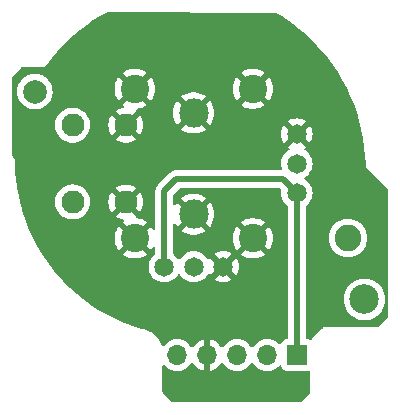
<source format=gbr>
%TF.GenerationSoftware,KiCad,Pcbnew,7.0.5*%
%TF.CreationDate,2023-08-28T18:37:28-04:00*%
%TF.ProjectId,StickRight,53746963-6b52-4696-9768-742e6b696361,rev?*%
%TF.SameCoordinates,Original*%
%TF.FileFunction,Copper,L2,Bot*%
%TF.FilePolarity,Positive*%
%FSLAX46Y46*%
G04 Gerber Fmt 4.6, Leading zero omitted, Abs format (unit mm)*
G04 Created by KiCad (PCBNEW 7.0.5) date 2023-08-28 18:37:28*
%MOMM*%
%LPD*%
G01*
G04 APERTURE LIST*
%TA.AperFunction,ComponentPad*%
%ADD10R,1.700000X1.700000*%
%TD*%
%TA.AperFunction,ComponentPad*%
%ADD11O,1.700000X1.700000*%
%TD*%
%TA.AperFunction,ComponentPad*%
%ADD12C,1.950000*%
%TD*%
%TA.AperFunction,ComponentPad*%
%ADD13C,1.650000*%
%TD*%
%TA.AperFunction,ComponentPad*%
%ADD14C,2.500000*%
%TD*%
%TA.AperFunction,ComponentPad*%
%ADD15C,2.000000*%
%TD*%
%TA.AperFunction,ComponentPad*%
%ADD16C,2.250000*%
%TD*%
%TA.AperFunction,ComponentPad*%
%ADD17C,2.400000*%
%TD*%
%TA.AperFunction,ComponentPad*%
%ADD18C,2.475000*%
%TD*%
%TA.AperFunction,ViaPad*%
%ADD19C,0.600000*%
%TD*%
%TA.AperFunction,Conductor*%
%ADD20C,0.500000*%
%TD*%
G04 APERTURE END LIST*
D10*
%TO.P,J1,1,Pin_1*%
%TO.N,Net-(J1-Pin_1)*%
X147275000Y-96625000D03*
D11*
%TO.P,J1,2,Pin_2*%
%TO.N,Net-(J1-Pin_2)*%
X144735000Y-96625000D03*
%TO.P,J1,3,Pin_3*%
%TO.N,Net-(J1-Pin_3)*%
X142195000Y-96625000D03*
%TO.P,J1,4,Pin_4*%
%TO.N,GND*%
X139655000Y-96625000D03*
%TO.P,J1,5,Pin_5*%
%TO.N,Net-(J1-Pin_5)*%
X137115000Y-96625000D03*
%TD*%
D12*
%TO.P,U1,A1,A1*%
%TO.N,GND*%
X132765000Y-83680000D03*
X132765000Y-77180000D03*
D13*
%TO.P,U1,A11,A11*%
%TO.N,Net-(J1-Pin_1)*%
X136015000Y-89160000D03*
%TO.P,U1,A12,A12*%
%TO.N,Net-(J1-Pin_3)*%
X138515000Y-89160000D03*
%TO.P,U1,A13,A13*%
%TO.N,GND*%
X141015000Y-89160000D03*
D12*
%TO.P,U1,B1,B1*%
%TO.N,Net-(J1-Pin_5)*%
X128265000Y-83680000D03*
X128265000Y-77180000D03*
D14*
%TO.P,U1,B2*%
%TO.N,N/C*%
X152967500Y-91933000D03*
D15*
X125067500Y-74333000D03*
D16*
%TO.P,U1,B3*%
X151567500Y-86733000D03*
D13*
%TO.P,U1,B11,B11*%
%TO.N,Net-(J1-Pin_1)*%
X147245000Y-82930000D03*
%TO.P,U1,B12,B12*%
%TO.N,Net-(J1-Pin_2)*%
X147245000Y-80430000D03*
%TO.P,U1,B13,B13*%
%TO.N,GND*%
X147245000Y-77930000D03*
D17*
%TO.P,U1,MH1,MH1*%
X143515000Y-86755000D03*
X143515000Y-74105000D03*
X133515000Y-86755000D03*
X133515000Y-74105000D03*
D18*
%TO.P,U1,MH2,MH2*%
X138515000Y-84730000D03*
X138515000Y-76130000D03*
%TD*%
D19*
%TO.N,GND*%
X127500000Y-72500000D03*
X150000000Y-92500000D03*
X125000000Y-82500000D03*
X147500000Y-70000000D03*
X150000000Y-75000000D03*
X142500000Y-70000000D03*
X152500000Y-80000000D03*
X137500000Y-100000000D03*
X132500000Y-92500000D03*
X125000000Y-77500000D03*
X132500000Y-70000000D03*
X127500000Y-87500000D03*
X147500000Y-100000000D03*
X137500000Y-70000000D03*
%TD*%
D20*
%TO.N,Net-(J1-Pin_1)*%
X137040000Y-81750000D02*
X146065000Y-81750000D01*
X147275000Y-96625000D02*
X147275000Y-82960000D01*
X146065000Y-81750000D02*
X147245000Y-82930000D01*
X136015000Y-82775000D02*
X137040000Y-81750000D01*
X136015000Y-89160000D02*
X136015000Y-82775000D01*
X147275000Y-82960000D02*
X147245000Y-82930000D01*
X147245000Y-96435000D02*
X147135000Y-96545000D01*
%TD*%
%TA.AperFunction,Conductor*%
%TO.N,GND*%
G36*
X139905000Y-97955633D02*
G01*
X140118483Y-97898433D01*
X140118492Y-97898429D01*
X140332578Y-97798600D01*
X140526082Y-97663105D01*
X140693105Y-97496082D01*
X140823119Y-97310405D01*
X140877696Y-97266781D01*
X140947195Y-97259588D01*
X141009549Y-97291110D01*
X141026269Y-97310405D01*
X141156505Y-97496401D01*
X141323599Y-97663495D01*
X141420384Y-97731265D01*
X141517165Y-97799032D01*
X141517167Y-97799033D01*
X141517170Y-97799035D01*
X141731337Y-97898903D01*
X141959592Y-97960063D01*
X142136034Y-97975500D01*
X142194999Y-97980659D01*
X142195000Y-97980659D01*
X142195001Y-97980659D01*
X142253966Y-97975500D01*
X142430408Y-97960063D01*
X142658663Y-97898903D01*
X142872830Y-97799035D01*
X143066401Y-97663495D01*
X143233495Y-97496401D01*
X143363424Y-97310842D01*
X143418002Y-97267217D01*
X143487500Y-97260023D01*
X143549855Y-97291546D01*
X143566575Y-97310842D01*
X143696281Y-97496082D01*
X143696505Y-97496401D01*
X143863599Y-97663495D01*
X143960384Y-97731265D01*
X144057165Y-97799032D01*
X144057167Y-97799033D01*
X144057170Y-97799035D01*
X144271337Y-97898903D01*
X144499592Y-97960063D01*
X144676034Y-97975500D01*
X144734999Y-97980659D01*
X144735000Y-97980659D01*
X144735001Y-97980659D01*
X144793966Y-97975500D01*
X144970408Y-97960063D01*
X145198663Y-97898903D01*
X145412830Y-97799035D01*
X145606401Y-97663495D01*
X145728329Y-97541566D01*
X145789648Y-97508084D01*
X145859340Y-97513068D01*
X145915274Y-97554939D01*
X145932189Y-97585917D01*
X145981202Y-97717328D01*
X145981206Y-97717335D01*
X146067452Y-97832544D01*
X146067455Y-97832547D01*
X146182664Y-97918793D01*
X146182671Y-97918797D01*
X146317517Y-97969091D01*
X146317516Y-97969091D01*
X146320251Y-97969385D01*
X146377127Y-97975500D01*
X148172872Y-97975499D01*
X148229746Y-97969385D01*
X148298506Y-97981792D01*
X148349642Y-98029403D01*
X148367000Y-98092675D01*
X148367000Y-99774323D01*
X148347315Y-99841362D01*
X148330681Y-99862004D01*
X147596505Y-100596181D01*
X147535182Y-100629666D01*
X147508824Y-100632500D01*
X136726176Y-100632500D01*
X136659137Y-100612815D01*
X136638495Y-100596181D01*
X135903349Y-99861035D01*
X135869864Y-99799712D01*
X135867031Y-99773819D01*
X135860724Y-98092675D01*
X135858793Y-97578091D01*
X135878226Y-97510980D01*
X135930858Y-97465028D01*
X135999978Y-97454825D01*
X136063643Y-97483611D01*
X136072586Y-97492663D01*
X136072677Y-97492573D01*
X136076505Y-97496400D01*
X136076505Y-97496401D01*
X136243599Y-97663495D01*
X136340384Y-97731265D01*
X136437165Y-97799032D01*
X136437167Y-97799033D01*
X136437170Y-97799035D01*
X136651337Y-97898903D01*
X136879592Y-97960063D01*
X137056034Y-97975500D01*
X137114999Y-97980659D01*
X137115000Y-97980659D01*
X137115001Y-97980659D01*
X137173966Y-97975500D01*
X137350408Y-97960063D01*
X137578663Y-97898903D01*
X137792830Y-97799035D01*
X137986401Y-97663495D01*
X138153495Y-97496401D01*
X138283730Y-97310405D01*
X138338307Y-97266781D01*
X138407805Y-97259587D01*
X138470160Y-97291110D01*
X138486879Y-97310405D01*
X138616890Y-97496078D01*
X138783917Y-97663105D01*
X138977421Y-97798600D01*
X139191507Y-97898429D01*
X139191516Y-97898433D01*
X139405000Y-97955634D01*
X139405000Y-97060501D01*
X139512685Y-97109680D01*
X139619237Y-97125000D01*
X139690763Y-97125000D01*
X139797315Y-97109680D01*
X139905000Y-97060501D01*
X139905000Y-97955633D01*
G37*
%TD.AperFunction*%
%TA.AperFunction,Conductor*%
G36*
X145389675Y-67644468D02*
G01*
X145452993Y-67661908D01*
X145961450Y-67964482D01*
X145964006Y-67966090D01*
X146588347Y-68380787D01*
X146590818Y-68382518D01*
X147193859Y-68827594D01*
X147196283Y-68829478D01*
X147420468Y-69012747D01*
X147776546Y-69303839D01*
X147778864Y-69305831D01*
X148334945Y-69808330D01*
X148337171Y-69810444D01*
X148867699Y-70339842D01*
X148869807Y-70342052D01*
X148991113Y-70475719D01*
X149373493Y-70897062D01*
X149375499Y-70899385D01*
X149851094Y-71478631D01*
X149852983Y-71481051D01*
X150299338Y-72083134D01*
X150301090Y-72085625D01*
X150717098Y-72709049D01*
X150718738Y-72711644D01*
X151103384Y-73354891D01*
X151104893Y-73357564D01*
X151457229Y-74019045D01*
X151458605Y-74021789D01*
X151777790Y-74699929D01*
X151779023Y-74702727D01*
X152064262Y-75395840D01*
X152065343Y-75398664D01*
X152315919Y-76105008D01*
X152316874Y-76107925D01*
X152532197Y-76825827D01*
X152533005Y-76828789D01*
X152621278Y-77186577D01*
X152706266Y-77531055D01*
X152712530Y-77556442D01*
X152713188Y-77559427D01*
X152854241Y-78283553D01*
X152856483Y-78295064D01*
X152856995Y-78298091D01*
X152963715Y-79039955D01*
X152964077Y-79043003D01*
X153033951Y-79789207D01*
X153034161Y-79792270D01*
X153064054Y-80473413D01*
X153062825Y-80488019D01*
X153063773Y-80488087D01*
X153063140Y-80496928D01*
X153067224Y-80554013D01*
X153067370Y-80557252D01*
X153068348Y-80608443D01*
X153068415Y-80608673D01*
X153072959Y-80634194D01*
X153073409Y-80640483D01*
X153073409Y-80640485D01*
X153091068Y-80687830D01*
X153092546Y-80692308D01*
X153104883Y-80735062D01*
X153108881Y-80741691D01*
X153118881Y-80762400D01*
X153123702Y-80775327D01*
X153123703Y-80775328D01*
X153123704Y-80775331D01*
X153149967Y-80810414D01*
X153153427Y-80815551D01*
X153172943Y-80847910D01*
X153172945Y-80847913D01*
X153217042Y-80890356D01*
X154930682Y-82603996D01*
X154964166Y-82665317D01*
X154967000Y-82691675D01*
X154967000Y-91876209D01*
X154949348Y-91936322D01*
X154964255Y-91963844D01*
X154967000Y-91989790D01*
X154967000Y-93374323D01*
X154947315Y-93441362D01*
X154930681Y-93462004D01*
X154196505Y-94196181D01*
X154135182Y-94229666D01*
X154108824Y-94232500D01*
X149834643Y-94232500D01*
X149808285Y-94229666D01*
X149803574Y-94228641D01*
X149803570Y-94228641D01*
X149765052Y-94231396D01*
X149751828Y-94232342D01*
X149747406Y-94232500D01*
X149731699Y-94232500D01*
X149716156Y-94234734D01*
X149711760Y-94235207D01*
X149660017Y-94238909D01*
X149660013Y-94238910D01*
X149655486Y-94240598D01*
X149629827Y-94247146D01*
X149625050Y-94247833D01*
X149625043Y-94247835D01*
X149577853Y-94269385D01*
X149573764Y-94271078D01*
X149525175Y-94289200D01*
X149525164Y-94289206D01*
X149521299Y-94292100D01*
X149498520Y-94305615D01*
X149494136Y-94307617D01*
X149494126Y-94307623D01*
X149470176Y-94328375D01*
X149454928Y-94341587D01*
X149451496Y-94344354D01*
X149438902Y-94353781D01*
X149427791Y-94364892D01*
X149424555Y-94367905D01*
X149385361Y-94401867D01*
X149385354Y-94401876D01*
X149382743Y-94405938D01*
X149366116Y-94426568D01*
X148561068Y-95231616D01*
X148540438Y-95248243D01*
X148536376Y-95250854D01*
X148536367Y-95250861D01*
X148502403Y-95290057D01*
X148499387Y-95293296D01*
X148492253Y-95300430D01*
X148430930Y-95333915D01*
X148361239Y-95328931D01*
X148232482Y-95280908D01*
X148232483Y-95280908D01*
X148172883Y-95274501D01*
X148172881Y-95274500D01*
X148172873Y-95274500D01*
X148172865Y-95274500D01*
X148149500Y-95274500D01*
X148082461Y-95254815D01*
X148036706Y-95202011D01*
X148025500Y-95150500D01*
X148025500Y-91933004D01*
X151212092Y-91933004D01*
X151231696Y-92194620D01*
X151231697Y-92194625D01*
X151290076Y-92450402D01*
X151290078Y-92450411D01*
X151290080Y-92450416D01*
X151385932Y-92694643D01*
X151517114Y-92921857D01*
X151649236Y-93087533D01*
X151680698Y-93126985D01*
X151862253Y-93295441D01*
X151873021Y-93305433D01*
X152089796Y-93453228D01*
X152089801Y-93453230D01*
X152089802Y-93453231D01*
X152089803Y-93453232D01*
X152215343Y-93513688D01*
X152326173Y-93567061D01*
X152326174Y-93567061D01*
X152326177Y-93567063D01*
X152576885Y-93644396D01*
X152836318Y-93683500D01*
X153098682Y-93683500D01*
X153358115Y-93644396D01*
X153608823Y-93567063D01*
X153795611Y-93477110D01*
X153845196Y-93453232D01*
X153845196Y-93453231D01*
X153845204Y-93453228D01*
X154061979Y-93305433D01*
X154254305Y-93126981D01*
X154417886Y-92921857D01*
X154549068Y-92694643D01*
X154644920Y-92450416D01*
X154703302Y-92194630D01*
X154706452Y-92152594D01*
X154719347Y-91980524D01*
X154737556Y-91932203D01*
X154724023Y-91911144D01*
X154719347Y-91885475D01*
X154703303Y-91671379D01*
X154703302Y-91671374D01*
X154703302Y-91671370D01*
X154644920Y-91415584D01*
X154549068Y-91171357D01*
X154417886Y-90944143D01*
X154254305Y-90739019D01*
X154254304Y-90739018D01*
X154254301Y-90739014D01*
X154061979Y-90560567D01*
X153959302Y-90490563D01*
X153845204Y-90412772D01*
X153845200Y-90412770D01*
X153845197Y-90412768D01*
X153845196Y-90412767D01*
X153608825Y-90298938D01*
X153608827Y-90298938D01*
X153358123Y-90221606D01*
X153358119Y-90221605D01*
X153358115Y-90221604D01*
X153233323Y-90202794D01*
X153098687Y-90182500D01*
X153098682Y-90182500D01*
X152836318Y-90182500D01*
X152836312Y-90182500D01*
X152674747Y-90206853D01*
X152576885Y-90221604D01*
X152576881Y-90221605D01*
X152576882Y-90221605D01*
X152576876Y-90221606D01*
X152326173Y-90298938D01*
X152089803Y-90412767D01*
X152089802Y-90412768D01*
X151873020Y-90560567D01*
X151680698Y-90739014D01*
X151517114Y-90944143D01*
X151385932Y-91171356D01*
X151290082Y-91415578D01*
X151290076Y-91415597D01*
X151231697Y-91671374D01*
X151231696Y-91671379D01*
X151212092Y-91932995D01*
X151212092Y-91933004D01*
X148025500Y-91933004D01*
X148025500Y-86733000D01*
X149936974Y-86733000D01*
X149957047Y-86988064D01*
X149957047Y-86988067D01*
X149957048Y-86988070D01*
X149985974Y-87108553D01*
X150016779Y-87236864D01*
X150114688Y-87473239D01*
X150114690Y-87473242D01*
X150248375Y-87691396D01*
X150248378Y-87691401D01*
X150313794Y-87767993D01*
X150414544Y-87885956D01*
X150535683Y-87989418D01*
X150609098Y-88052121D01*
X150609100Y-88052122D01*
X150609101Y-88052123D01*
X150638042Y-88069858D01*
X150827257Y-88185809D01*
X150827260Y-88185811D01*
X151063635Y-88283720D01*
X151063640Y-88283722D01*
X151312430Y-88343452D01*
X151567500Y-88363526D01*
X151822570Y-88343452D01*
X152071360Y-88283722D01*
X152189551Y-88234765D01*
X152307739Y-88185811D01*
X152307740Y-88185810D01*
X152307743Y-88185809D01*
X152525899Y-88052123D01*
X152720456Y-87885956D01*
X152886623Y-87691399D01*
X153020309Y-87473243D01*
X153057100Y-87384423D01*
X153118220Y-87236864D01*
X153118222Y-87236860D01*
X153177952Y-86988070D01*
X153198026Y-86733000D01*
X153177952Y-86477930D01*
X153118222Y-86229140D01*
X153075325Y-86125577D01*
X153020311Y-85992760D01*
X153020309Y-85992757D01*
X153006439Y-85970123D01*
X152886623Y-85774601D01*
X152886622Y-85774600D01*
X152886621Y-85774598D01*
X152826819Y-85704579D01*
X152720456Y-85580044D01*
X152607025Y-85483165D01*
X152525901Y-85413878D01*
X152525896Y-85413875D01*
X152307742Y-85280190D01*
X152307739Y-85280188D01*
X152071364Y-85182279D01*
X152071360Y-85182278D01*
X151822570Y-85122548D01*
X151822567Y-85122547D01*
X151822564Y-85122547D01*
X151600596Y-85105078D01*
X151567500Y-85102474D01*
X151567499Y-85102474D01*
X151312435Y-85122547D01*
X151312431Y-85122547D01*
X151312430Y-85122548D01*
X151188034Y-85152412D01*
X151063635Y-85182279D01*
X150827260Y-85280188D01*
X150827257Y-85280190D01*
X150609103Y-85413875D01*
X150609098Y-85413878D01*
X150414544Y-85580044D01*
X150248378Y-85774598D01*
X150248375Y-85774603D01*
X150114690Y-85992757D01*
X150114688Y-85992760D01*
X150016779Y-86229135D01*
X149957047Y-86477935D01*
X149936974Y-86733000D01*
X148025500Y-86733000D01*
X148025500Y-84066173D01*
X148045185Y-83999134D01*
X148078371Y-83964603D01*
X148100269Y-83949270D01*
X148264270Y-83785269D01*
X148397301Y-83595282D01*
X148495320Y-83385079D01*
X148555349Y-83161050D01*
X148575563Y-82930000D01*
X148555349Y-82698950D01*
X148495320Y-82474921D01*
X148397301Y-82264719D01*
X148397299Y-82264716D01*
X148397298Y-82264714D01*
X148264273Y-82074735D01*
X148264268Y-82074729D01*
X148100269Y-81910730D01*
X148100268Y-81910729D01*
X147915814Y-81781572D01*
X147872192Y-81726998D01*
X147864999Y-81657499D01*
X147896521Y-81595145D01*
X147915809Y-81578430D01*
X148100269Y-81449270D01*
X148264270Y-81285269D01*
X148397301Y-81095282D01*
X148495320Y-80885079D01*
X148555349Y-80661050D01*
X148575563Y-80430000D01*
X148555349Y-80198950D01*
X148495320Y-79974921D01*
X148397301Y-79764719D01*
X148397299Y-79764716D01*
X148397298Y-79764714D01*
X148264273Y-79574735D01*
X148264268Y-79574729D01*
X148100269Y-79410730D01*
X147915379Y-79281268D01*
X147871757Y-79226693D01*
X147864564Y-79157194D01*
X147896086Y-79094840D01*
X147915381Y-79078120D01*
X147988423Y-79026975D01*
X147416568Y-78455121D01*
X147533458Y-78404349D01*
X147650739Y-78308934D01*
X147737928Y-78185415D01*
X147768354Y-78099802D01*
X148341975Y-78673423D01*
X148396867Y-78595030D01*
X148494847Y-78384909D01*
X148494851Y-78384900D01*
X148554852Y-78160968D01*
X148554854Y-78160958D01*
X148575061Y-77930000D01*
X148575061Y-77929999D01*
X148554854Y-77699041D01*
X148554852Y-77699031D01*
X148494851Y-77475099D01*
X148494847Y-77475090D01*
X148396868Y-77264972D01*
X148341974Y-77186576D01*
X147770929Y-77757622D01*
X147768116Y-77744085D01*
X147698558Y-77609844D01*
X147595362Y-77499348D01*
X147466181Y-77420791D01*
X147414997Y-77406450D01*
X147988423Y-76833024D01*
X147988422Y-76833023D01*
X147910031Y-76778133D01*
X147910029Y-76778132D01*
X147699909Y-76680152D01*
X147699900Y-76680148D01*
X147475968Y-76620147D01*
X147475958Y-76620145D01*
X147245001Y-76599939D01*
X147244999Y-76599939D01*
X147014041Y-76620145D01*
X147014031Y-76620147D01*
X146790099Y-76680148D01*
X146790090Y-76680152D01*
X146579971Y-76778132D01*
X146579969Y-76778133D01*
X146501577Y-76833024D01*
X146501576Y-76833024D01*
X147073431Y-77404878D01*
X146956542Y-77455651D01*
X146839261Y-77551066D01*
X146752072Y-77674585D01*
X146721645Y-77760196D01*
X146148025Y-77186576D01*
X146148024Y-77186577D01*
X146093133Y-77264969D01*
X146093132Y-77264971D01*
X145995152Y-77475090D01*
X145995148Y-77475099D01*
X145935147Y-77699031D01*
X145935145Y-77699041D01*
X145914939Y-77929999D01*
X145914939Y-77930000D01*
X145935145Y-78160958D01*
X145935147Y-78160968D01*
X145995148Y-78384900D01*
X145995152Y-78384909D01*
X146093132Y-78595029D01*
X146093133Y-78595031D01*
X146148023Y-78673422D01*
X146148023Y-78673423D01*
X146719070Y-78102376D01*
X146721884Y-78115915D01*
X146791442Y-78250156D01*
X146894638Y-78360652D01*
X147023819Y-78439209D01*
X147075002Y-78453549D01*
X146501575Y-79026975D01*
X146501575Y-79026976D01*
X146574618Y-79078120D01*
X146618243Y-79132696D01*
X146625437Y-79202194D01*
X146593915Y-79264549D01*
X146574619Y-79281270D01*
X146389731Y-79410730D01*
X146389729Y-79410731D01*
X146225731Y-79574729D01*
X146225726Y-79574735D01*
X146092701Y-79764714D01*
X146092699Y-79764718D01*
X145994681Y-79974917D01*
X145934651Y-80198948D01*
X145934650Y-80198955D01*
X145914437Y-80429998D01*
X145914437Y-80430001D01*
X145934650Y-80661044D01*
X145934651Y-80661051D01*
X145954482Y-80735061D01*
X145974673Y-80810414D01*
X145983514Y-80843406D01*
X145981851Y-80913256D01*
X145942689Y-80971119D01*
X145878460Y-80998623D01*
X145863739Y-80999500D01*
X137103705Y-80999500D01*
X137085735Y-80998191D01*
X137061972Y-80994710D01*
X137016533Y-80998686D01*
X137009931Y-80999264D01*
X137004530Y-80999500D01*
X136996283Y-80999500D01*
X136964606Y-81003202D01*
X136962832Y-81003384D01*
X136932390Y-81006047D01*
X136887198Y-81010001D01*
X136880132Y-81011460D01*
X136880120Y-81011404D01*
X136872763Y-81013035D01*
X136872777Y-81013092D01*
X136865740Y-81014760D01*
X136794385Y-81040729D01*
X136792685Y-81041320D01*
X136720668Y-81065185D01*
X136714126Y-81068236D01*
X136714101Y-81068183D01*
X136707308Y-81071471D01*
X136707334Y-81071523D01*
X136700880Y-81074764D01*
X136637468Y-81116470D01*
X136635948Y-81117439D01*
X136571348Y-81157285D01*
X136565683Y-81161765D01*
X136565647Y-81161719D01*
X136559798Y-81166484D01*
X136559835Y-81166528D01*
X136554309Y-81171164D01*
X136502213Y-81226381D01*
X136500957Y-81227674D01*
X135529358Y-82199272D01*
X135515729Y-82211051D01*
X135496468Y-82225390D01*
X135462898Y-82265397D01*
X135459253Y-82269376D01*
X135453407Y-82275223D01*
X135433618Y-82300251D01*
X135432481Y-82301647D01*
X135383694Y-82359790D01*
X135379729Y-82365819D01*
X135379682Y-82365788D01*
X135375630Y-82372147D01*
X135375679Y-82372177D01*
X135371889Y-82378321D01*
X135339812Y-82447110D01*
X135339027Y-82448731D01*
X135304957Y-82516572D01*
X135302488Y-82523357D01*
X135302432Y-82523336D01*
X135299960Y-82530450D01*
X135300015Y-82530469D01*
X135297743Y-82537325D01*
X135282391Y-82611670D01*
X135282001Y-82613428D01*
X135264499Y-82687279D01*
X135263661Y-82694454D01*
X135263601Y-82694447D01*
X135262835Y-82701945D01*
X135262895Y-82701951D01*
X135262265Y-82709140D01*
X135264474Y-82785030D01*
X135264500Y-82786833D01*
X135264500Y-85922448D01*
X135244815Y-85989487D01*
X135192011Y-86035242D01*
X135122853Y-86045186D01*
X135059297Y-86016161D01*
X135033113Y-85984448D01*
X134923544Y-85794671D01*
X134881546Y-85742006D01*
X134231661Y-86391890D01*
X134144423Y-86253052D01*
X134016948Y-86125577D01*
X133878108Y-86038338D01*
X134528185Y-85388261D01*
X134367377Y-85278624D01*
X134367376Y-85278623D01*
X134137823Y-85168078D01*
X134137825Y-85168078D01*
X133894347Y-85092975D01*
X133894342Y-85092974D01*
X133719385Y-85066603D01*
X133656029Y-85037146D01*
X133618655Y-84978113D01*
X133614105Y-84936305D01*
X133617240Y-84885792D01*
X133012534Y-84281086D01*
X133080629Y-84254126D01*
X133213492Y-84157595D01*
X133318175Y-84031055D01*
X133366631Y-83928080D01*
X133970372Y-84531820D01*
X134066669Y-84384429D01*
X134164861Y-84160573D01*
X134224869Y-83923605D01*
X134245055Y-83680005D01*
X134245055Y-83679994D01*
X134224869Y-83436394D01*
X134164861Y-83199426D01*
X134066671Y-82975575D01*
X133970372Y-82828178D01*
X133367546Y-83431003D01*
X133357812Y-83401044D01*
X133269814Y-83262381D01*
X133150097Y-83149960D01*
X133015487Y-83075957D01*
X133617240Y-82474206D01*
X133617240Y-82474204D01*
X133574514Y-82440949D01*
X133574514Y-82440948D01*
X133359531Y-82324605D01*
X133359523Y-82324602D01*
X133128335Y-82245234D01*
X132887221Y-82205000D01*
X132642779Y-82205000D01*
X132401664Y-82245234D01*
X132170476Y-82324602D01*
X132170468Y-82324605D01*
X131955484Y-82440949D01*
X131955478Y-82440953D01*
X131912758Y-82474203D01*
X131912758Y-82474205D01*
X132517466Y-83078913D01*
X132449371Y-83105874D01*
X132316508Y-83202405D01*
X132211825Y-83328945D01*
X132163368Y-83431921D01*
X131559625Y-82828178D01*
X131463329Y-82975572D01*
X131365138Y-83199426D01*
X131305130Y-83436394D01*
X131284944Y-83679994D01*
X131284944Y-83680005D01*
X131305130Y-83923605D01*
X131365138Y-84160573D01*
X131463328Y-84384424D01*
X131559626Y-84531820D01*
X132162452Y-83928992D01*
X132172188Y-83958956D01*
X132260186Y-84097619D01*
X132379903Y-84210040D01*
X132514510Y-84284041D01*
X131912757Y-84885793D01*
X131912758Y-84885794D01*
X131955485Y-84919050D01*
X131955485Y-84919051D01*
X132170468Y-85035394D01*
X132170476Y-85035397D01*
X132401665Y-85114765D01*
X132499824Y-85131145D01*
X132562709Y-85161595D01*
X132599149Y-85221210D01*
X132597574Y-85291062D01*
X132558485Y-85348973D01*
X132549267Y-85355907D01*
X132501813Y-85388260D01*
X132501813Y-85388261D01*
X133151891Y-86038338D01*
X133013052Y-86125577D01*
X132885577Y-86253052D01*
X132798338Y-86391891D01*
X132148453Y-85742006D01*
X132106455Y-85794670D01*
X131979058Y-86015328D01*
X131885973Y-86252505D01*
X131885968Y-86252522D01*
X131829273Y-86500920D01*
X131810233Y-86754995D01*
X131810233Y-86755004D01*
X131829273Y-87009079D01*
X131885968Y-87257477D01*
X131885973Y-87257494D01*
X131979058Y-87494671D01*
X131979057Y-87494671D01*
X132106457Y-87715332D01*
X132148452Y-87767993D01*
X132148453Y-87767993D01*
X132798338Y-87118108D01*
X132885577Y-87256948D01*
X133013052Y-87384423D01*
X133151890Y-87471661D01*
X132501813Y-88121737D01*
X132662623Y-88231375D01*
X132662624Y-88231376D01*
X132892176Y-88341921D01*
X132892174Y-88341921D01*
X133135652Y-88417024D01*
X133135658Y-88417026D01*
X133387595Y-88454999D01*
X133387604Y-88455000D01*
X133642396Y-88455000D01*
X133642404Y-88454999D01*
X133894341Y-88417026D01*
X133894347Y-88417024D01*
X134137824Y-88341921D01*
X134367381Y-88231373D01*
X134528185Y-88121737D01*
X133878108Y-87471661D01*
X134016948Y-87384423D01*
X134144423Y-87256948D01*
X134231661Y-87118109D01*
X134881545Y-87767993D01*
X134923545Y-87715327D01*
X135033113Y-87525551D01*
X135083680Y-87477335D01*
X135152287Y-87464112D01*
X135217152Y-87490080D01*
X135257680Y-87546994D01*
X135264500Y-87587551D01*
X135264500Y-88002819D01*
X135244815Y-88069858D01*
X135211624Y-88104393D01*
X135159738Y-88140724D01*
X135159727Y-88140733D01*
X134995731Y-88304729D01*
X134995726Y-88304735D01*
X134862701Y-88494714D01*
X134862699Y-88494718D01*
X134764681Y-88704917D01*
X134704651Y-88928948D01*
X134704650Y-88928955D01*
X134684437Y-89159998D01*
X134684437Y-89160001D01*
X134704650Y-89391044D01*
X134704651Y-89391051D01*
X134764678Y-89615074D01*
X134764679Y-89615076D01*
X134764680Y-89615079D01*
X134862699Y-89825282D01*
X134995730Y-90015269D01*
X135159731Y-90179270D01*
X135349718Y-90312301D01*
X135559921Y-90410320D01*
X135783950Y-90470349D01*
X135948985Y-90484787D01*
X136014998Y-90490563D01*
X136015000Y-90490563D01*
X136015002Y-90490563D01*
X136072762Y-90485509D01*
X136246050Y-90470349D01*
X136470079Y-90410320D01*
X136680282Y-90312301D01*
X136870269Y-90179270D01*
X137034270Y-90015269D01*
X137163427Y-89830814D01*
X137218002Y-89787192D01*
X137287501Y-89779999D01*
X137349855Y-89811521D01*
X137366569Y-89830809D01*
X137495730Y-90015269D01*
X137659731Y-90179270D01*
X137849718Y-90312301D01*
X138059921Y-90410320D01*
X138283950Y-90470349D01*
X138448985Y-90484787D01*
X138514998Y-90490563D01*
X138515000Y-90490563D01*
X138515002Y-90490563D01*
X138572762Y-90485509D01*
X138746050Y-90470349D01*
X138970079Y-90410320D01*
X139180282Y-90312301D01*
X139370269Y-90179270D01*
X139534270Y-90015269D01*
X139663731Y-89830379D01*
X139718307Y-89786757D01*
X139787806Y-89779564D01*
X139850160Y-89811086D01*
X139866880Y-89830382D01*
X139918023Y-89903422D01*
X139918024Y-89903423D01*
X140489070Y-89332376D01*
X140491884Y-89345915D01*
X140561442Y-89480156D01*
X140664638Y-89590652D01*
X140793819Y-89669209D01*
X140845002Y-89683549D01*
X140271575Y-90256975D01*
X140349973Y-90311868D01*
X140560090Y-90409847D01*
X140560099Y-90409851D01*
X140784031Y-90469852D01*
X140784041Y-90469854D01*
X141014999Y-90490061D01*
X141015001Y-90490061D01*
X141245958Y-90469854D01*
X141245968Y-90469852D01*
X141469900Y-90409851D01*
X141469909Y-90409847D01*
X141680030Y-90311867D01*
X141758423Y-90256975D01*
X141186568Y-89685121D01*
X141303458Y-89634349D01*
X141420739Y-89538934D01*
X141507928Y-89415415D01*
X141538354Y-89329802D01*
X142111975Y-89903423D01*
X142166867Y-89825030D01*
X142264847Y-89614909D01*
X142264851Y-89614900D01*
X142324852Y-89390968D01*
X142324854Y-89390958D01*
X142345061Y-89160000D01*
X142345061Y-89159999D01*
X142324854Y-88929041D01*
X142324852Y-88929031D01*
X142264851Y-88705099D01*
X142264847Y-88705090D01*
X142166868Y-88494972D01*
X142111974Y-88416576D01*
X141540929Y-88987622D01*
X141538116Y-88974085D01*
X141468558Y-88839844D01*
X141365362Y-88729348D01*
X141236181Y-88650791D01*
X141184997Y-88636450D01*
X141758423Y-88063024D01*
X141758422Y-88063023D01*
X141680031Y-88008133D01*
X141680029Y-88008132D01*
X141469909Y-87910152D01*
X141469900Y-87910148D01*
X141245968Y-87850147D01*
X141245958Y-87850145D01*
X141015001Y-87829939D01*
X141014999Y-87829939D01*
X140784041Y-87850145D01*
X140784031Y-87850147D01*
X140560099Y-87910148D01*
X140560090Y-87910152D01*
X140349971Y-88008132D01*
X140349969Y-88008133D01*
X140271577Y-88063024D01*
X140271576Y-88063024D01*
X140843431Y-88634878D01*
X140726542Y-88685651D01*
X140609261Y-88781066D01*
X140522072Y-88904585D01*
X140491645Y-88990197D01*
X139918024Y-88416576D01*
X139918023Y-88416577D01*
X139866880Y-88489618D01*
X139812303Y-88533243D01*
X139742805Y-88540437D01*
X139680450Y-88508914D01*
X139663730Y-88489619D01*
X139639489Y-88454999D01*
X139534270Y-88304731D01*
X139370269Y-88140730D01*
X139180282Y-88007699D01*
X138970079Y-87909680D01*
X138970076Y-87909679D01*
X138970074Y-87909678D01*
X138746051Y-87849651D01*
X138746044Y-87849650D01*
X138515002Y-87829437D01*
X138514998Y-87829437D01*
X138283955Y-87849650D01*
X138283948Y-87849651D01*
X138059917Y-87909681D01*
X137849718Y-88007699D01*
X137849714Y-88007701D01*
X137659735Y-88140726D01*
X137659729Y-88140731D01*
X137495731Y-88304729D01*
X137495726Y-88304735D01*
X137366575Y-88489183D01*
X137311998Y-88532808D01*
X137242500Y-88540002D01*
X137180145Y-88508479D01*
X137163425Y-88489183D01*
X137034273Y-88304735D01*
X137034268Y-88304729D01*
X136870272Y-88140733D01*
X136870270Y-88140731D01*
X136870269Y-88140730D01*
X136870264Y-88140726D01*
X136870261Y-88140724D01*
X136818376Y-88104393D01*
X136774751Y-88049816D01*
X136765500Y-88002819D01*
X136765500Y-86755004D01*
X141810233Y-86755004D01*
X141829273Y-87009079D01*
X141885968Y-87257477D01*
X141885973Y-87257494D01*
X141979058Y-87494671D01*
X141979057Y-87494671D01*
X142106457Y-87715332D01*
X142148452Y-87767993D01*
X142148453Y-87767993D01*
X142798338Y-87118108D01*
X142885577Y-87256948D01*
X143013052Y-87384423D01*
X143151890Y-87471661D01*
X142501813Y-88121737D01*
X142662623Y-88231375D01*
X142662624Y-88231376D01*
X142892176Y-88341921D01*
X142892174Y-88341921D01*
X143135652Y-88417024D01*
X143135658Y-88417026D01*
X143387595Y-88454999D01*
X143387604Y-88455000D01*
X143642396Y-88455000D01*
X143642404Y-88454999D01*
X143894341Y-88417026D01*
X143894347Y-88417024D01*
X144137824Y-88341921D01*
X144367381Y-88231373D01*
X144528185Y-88121737D01*
X143878108Y-87471661D01*
X144016948Y-87384423D01*
X144144423Y-87256948D01*
X144231661Y-87118108D01*
X144881545Y-87767993D01*
X144923545Y-87715327D01*
X145050941Y-87494671D01*
X145144026Y-87257494D01*
X145144031Y-87257477D01*
X145200726Y-87009079D01*
X145219767Y-86755004D01*
X145219767Y-86754995D01*
X145200726Y-86500920D01*
X145144031Y-86252522D01*
X145144026Y-86252505D01*
X145050941Y-86015328D01*
X145050942Y-86015328D01*
X144923544Y-85794671D01*
X144881546Y-85742006D01*
X144231661Y-86391890D01*
X144144423Y-86253052D01*
X144016948Y-86125577D01*
X143878108Y-86038338D01*
X144528185Y-85388261D01*
X144367377Y-85278624D01*
X144367376Y-85278623D01*
X144137823Y-85168078D01*
X144137825Y-85168078D01*
X143894347Y-85092975D01*
X143894341Y-85092973D01*
X143642404Y-85055000D01*
X143387595Y-85055000D01*
X143135658Y-85092973D01*
X143135652Y-85092975D01*
X142892175Y-85168078D01*
X142662624Y-85278623D01*
X142662616Y-85278628D01*
X142501813Y-85388261D01*
X143151891Y-86038338D01*
X143013052Y-86125577D01*
X142885577Y-86253052D01*
X142798338Y-86391891D01*
X142148453Y-85742006D01*
X142106455Y-85794670D01*
X141979058Y-86015328D01*
X141885973Y-86252505D01*
X141885968Y-86252522D01*
X141829273Y-86500920D01*
X141810233Y-86754995D01*
X141810233Y-86755004D01*
X136765500Y-86755004D01*
X136765500Y-85637551D01*
X136785185Y-85570512D01*
X136837989Y-85524757D01*
X136907147Y-85514813D01*
X136970703Y-85543838D01*
X136996887Y-85575551D01*
X137075387Y-85711516D01*
X137121768Y-85769677D01*
X137121769Y-85769677D01*
X137782258Y-85109187D01*
X137828130Y-85195710D01*
X137944302Y-85332478D01*
X138087160Y-85441076D01*
X138135234Y-85463317D01*
X137474826Y-86123724D01*
X137643813Y-86238937D01*
X137643822Y-86238942D01*
X137878437Y-86351926D01*
X137878435Y-86351926D01*
X138127277Y-86428684D01*
X138127283Y-86428685D01*
X138384786Y-86467499D01*
X138384793Y-86467500D01*
X138645207Y-86467500D01*
X138645213Y-86467499D01*
X138902716Y-86428685D01*
X138902722Y-86428684D01*
X139151563Y-86351926D01*
X139386177Y-86238942D01*
X139386179Y-86238941D01*
X139555172Y-86123724D01*
X138895393Y-85463946D01*
X139017213Y-85390650D01*
X139147492Y-85267243D01*
X139248196Y-85118716D01*
X139250780Y-85112228D01*
X139908229Y-85769677D01*
X139954615Y-85711511D01*
X140084822Y-85485987D01*
X140179960Y-85243578D01*
X140179966Y-85243559D01*
X140237911Y-84989682D01*
X140237912Y-84989677D01*
X140257372Y-84730004D01*
X140257372Y-84729995D01*
X140237912Y-84470322D01*
X140237911Y-84470317D01*
X140179966Y-84216440D01*
X140179960Y-84216421D01*
X140084822Y-83974012D01*
X139954612Y-83748483D01*
X139908230Y-83690321D01*
X139247740Y-84350811D01*
X139201870Y-84264290D01*
X139085698Y-84127522D01*
X138942840Y-84018924D01*
X138894765Y-83996682D01*
X139555172Y-83336274D01*
X139386186Y-83221062D01*
X139386177Y-83221057D01*
X139151562Y-83108073D01*
X139151564Y-83108073D01*
X138902722Y-83031315D01*
X138902716Y-83031314D01*
X138645213Y-82992500D01*
X138384786Y-82992500D01*
X138127283Y-83031314D01*
X138127277Y-83031315D01*
X137878436Y-83108073D01*
X137643819Y-83221059D01*
X137643806Y-83221066D01*
X137474826Y-83336273D01*
X138134606Y-83996053D01*
X138012787Y-84069350D01*
X137882508Y-84192757D01*
X137781804Y-84341284D01*
X137779218Y-84347771D01*
X137121769Y-83690322D01*
X137075387Y-83748484D01*
X136996887Y-83884449D01*
X136946319Y-83932664D01*
X136877712Y-83945886D01*
X136812848Y-83919918D01*
X136772320Y-83863004D01*
X136765500Y-83822448D01*
X136765500Y-83137230D01*
X136785185Y-83070191D01*
X136801819Y-83049549D01*
X137314549Y-82536819D01*
X137375872Y-82503334D01*
X137402230Y-82500500D01*
X145702770Y-82500500D01*
X145769809Y-82520185D01*
X145790451Y-82536819D01*
X145895207Y-82641575D01*
X145928692Y-82702898D01*
X145931054Y-82740063D01*
X145914437Y-82929997D01*
X145914437Y-82930001D01*
X145934650Y-83161044D01*
X145934651Y-83161051D01*
X145994678Y-83385074D01*
X145994679Y-83385076D01*
X145994680Y-83385079D01*
X146092699Y-83595282D01*
X146225730Y-83785269D01*
X146389731Y-83949270D01*
X146471623Y-84006611D01*
X146515248Y-84061187D01*
X146524500Y-84108186D01*
X146524500Y-95150500D01*
X146504815Y-95217539D01*
X146452011Y-95263294D01*
X146400505Y-95274500D01*
X146377132Y-95274500D01*
X146377123Y-95274501D01*
X146317516Y-95280908D01*
X146182671Y-95331202D01*
X146182664Y-95331206D01*
X146067455Y-95417452D01*
X146067452Y-95417455D01*
X145981206Y-95532664D01*
X145981203Y-95532669D01*
X145932189Y-95664083D01*
X145890317Y-95720016D01*
X145824853Y-95744433D01*
X145756580Y-95729581D01*
X145728326Y-95708430D01*
X145606402Y-95586506D01*
X145606395Y-95586501D01*
X145412834Y-95450967D01*
X145412830Y-95450965D01*
X145374077Y-95432894D01*
X145198663Y-95351097D01*
X145198659Y-95351096D01*
X145198655Y-95351094D01*
X144970413Y-95289938D01*
X144970403Y-95289936D01*
X144735001Y-95269341D01*
X144734999Y-95269341D01*
X144499596Y-95289936D01*
X144499586Y-95289938D01*
X144271344Y-95351094D01*
X144271335Y-95351098D01*
X144057171Y-95450964D01*
X144057169Y-95450965D01*
X143863597Y-95586505D01*
X143696505Y-95753597D01*
X143566575Y-95939158D01*
X143511998Y-95982783D01*
X143442500Y-95989977D01*
X143380145Y-95958454D01*
X143363425Y-95939158D01*
X143233494Y-95753597D01*
X143066402Y-95586506D01*
X143066395Y-95586501D01*
X142872834Y-95450967D01*
X142872830Y-95450965D01*
X142834077Y-95432894D01*
X142658663Y-95351097D01*
X142658659Y-95351096D01*
X142658655Y-95351094D01*
X142430413Y-95289938D01*
X142430403Y-95289936D01*
X142195001Y-95269341D01*
X142194999Y-95269341D01*
X141959596Y-95289936D01*
X141959586Y-95289938D01*
X141731344Y-95351094D01*
X141731335Y-95351098D01*
X141517171Y-95450964D01*
X141517169Y-95450965D01*
X141323597Y-95586505D01*
X141156508Y-95753594D01*
X141026269Y-95939595D01*
X140971692Y-95983219D01*
X140902193Y-95990412D01*
X140839839Y-95958890D01*
X140823119Y-95939594D01*
X140693113Y-95753926D01*
X140693108Y-95753920D01*
X140526082Y-95586894D01*
X140332578Y-95451399D01*
X140118492Y-95351570D01*
X140118486Y-95351567D01*
X139905000Y-95294364D01*
X139905000Y-96189498D01*
X139797315Y-96140320D01*
X139690763Y-96125000D01*
X139619237Y-96125000D01*
X139512685Y-96140320D01*
X139405000Y-96189498D01*
X139405000Y-95294364D01*
X139404999Y-95294364D01*
X139191513Y-95351567D01*
X139191507Y-95351570D01*
X138977422Y-95451399D01*
X138977420Y-95451400D01*
X138783926Y-95586886D01*
X138783920Y-95586891D01*
X138616891Y-95753920D01*
X138616890Y-95753922D01*
X138486880Y-95939595D01*
X138432303Y-95983219D01*
X138362804Y-95990412D01*
X138300450Y-95958890D01*
X138283730Y-95939594D01*
X138153494Y-95753597D01*
X137986402Y-95586506D01*
X137986395Y-95586501D01*
X137792834Y-95450967D01*
X137792830Y-95450965D01*
X137754077Y-95432894D01*
X137578663Y-95351097D01*
X137578659Y-95351096D01*
X137578655Y-95351094D01*
X137350413Y-95289938D01*
X137350403Y-95289936D01*
X137115001Y-95269341D01*
X137114999Y-95269341D01*
X136879596Y-95289936D01*
X136879586Y-95289938D01*
X136651344Y-95351094D01*
X136651335Y-95351098D01*
X136437171Y-95450964D01*
X136437169Y-95450965D01*
X136243597Y-95586505D01*
X136076508Y-95753594D01*
X136015047Y-95841370D01*
X135960470Y-95884995D01*
X135890971Y-95892187D01*
X135828617Y-95860665D01*
X135793216Y-95800484D01*
X135772574Y-95718390D01*
X135685816Y-95500746D01*
X135685812Y-95500738D01*
X135570970Y-95296535D01*
X135570961Y-95296521D01*
X135430048Y-95109337D01*
X135348417Y-95026536D01*
X135265561Y-94942491D01*
X135080400Y-94798924D01*
X135080396Y-94798921D01*
X134877850Y-94681181D01*
X134877840Y-94681176D01*
X134661457Y-94591327D01*
X134661454Y-94591326D01*
X134615578Y-94579111D01*
X134608328Y-94576694D01*
X134608167Y-94576629D01*
X134608164Y-94576627D01*
X134606162Y-94576110D01*
X134546306Y-94560662D01*
X134543461Y-94559904D01*
X133823030Y-94354472D01*
X133820045Y-94353538D01*
X133111495Y-94112241D01*
X133108560Y-94111158D01*
X132673392Y-93938011D01*
X132413050Y-93834424D01*
X132410197Y-93833204D01*
X132244725Y-93757488D01*
X131729527Y-93521746D01*
X131726772Y-93520400D01*
X131062675Y-93175012D01*
X131059939Y-93173500D01*
X130414124Y-92795072D01*
X130411466Y-92793423D01*
X129888465Y-92450402D01*
X129785552Y-92382904D01*
X129782993Y-92381131D01*
X129178572Y-91939565D01*
X129176119Y-91937676D01*
X128847751Y-91671379D01*
X128594733Y-91466189D01*
X128592361Y-91464164D01*
X128035496Y-90963960D01*
X128033241Y-90961829D01*
X127502316Y-90434184D01*
X127500154Y-90431924D01*
X127482731Y-90412768D01*
X126996506Y-89878168D01*
X126994474Y-89875816D01*
X126965684Y-89840762D01*
X126519398Y-89297371D01*
X126517491Y-89294926D01*
X126501229Y-89272953D01*
X126072169Y-88693230D01*
X126070417Y-88690733D01*
X125656002Y-88067340D01*
X125654366Y-88064738D01*
X125271923Y-87421250D01*
X125270397Y-87418527D01*
X125174481Y-87236864D01*
X124920915Y-86756612D01*
X124919524Y-86753810D01*
X124603852Y-86075082D01*
X124602629Y-86072269D01*
X124321573Y-85378449D01*
X124320499Y-85375592D01*
X124109818Y-84769286D01*
X124074803Y-84668517D01*
X124073851Y-84665537D01*
X123864795Y-83949268D01*
X123864126Y-83946977D01*
X123863328Y-83943960D01*
X123858505Y-83923683D01*
X123800542Y-83680005D01*
X126784443Y-83680005D01*
X126804634Y-83923683D01*
X126804636Y-83923695D01*
X126864663Y-84160734D01*
X126962888Y-84384666D01*
X127096632Y-84589378D01*
X127262242Y-84769277D01*
X127262252Y-84769286D01*
X127455208Y-84919470D01*
X127455212Y-84919473D01*
X127584937Y-84989677D01*
X127670267Y-85035855D01*
X127670270Y-85035856D01*
X127901541Y-85115251D01*
X127901543Y-85115251D01*
X127901545Y-85115252D01*
X128142737Y-85155500D01*
X128142738Y-85155500D01*
X128387262Y-85155500D01*
X128387263Y-85155500D01*
X128628455Y-85115252D01*
X128859733Y-85035855D01*
X129074788Y-84919473D01*
X129267754Y-84769281D01*
X129433368Y-84589377D01*
X129567111Y-84384667D01*
X129665336Y-84160736D01*
X129725364Y-83923692D01*
X129725677Y-83919918D01*
X129745557Y-83680005D01*
X129745557Y-83679994D01*
X129725365Y-83436316D01*
X129725363Y-83436304D01*
X129700032Y-83336274D01*
X129665336Y-83199264D01*
X129567111Y-82975333D01*
X129535090Y-82926321D01*
X129433367Y-82770621D01*
X129267757Y-82590722D01*
X129267747Y-82590713D01*
X129074791Y-82440529D01*
X129074787Y-82440526D01*
X128859734Y-82324145D01*
X128859729Y-82324143D01*
X128628458Y-82244748D01*
X128447561Y-82214562D01*
X128387263Y-82204500D01*
X128142737Y-82204500D01*
X128135792Y-82205659D01*
X127901541Y-82244748D01*
X127670270Y-82324143D01*
X127670265Y-82324145D01*
X127455212Y-82440526D01*
X127455208Y-82440529D01*
X127262252Y-82590713D01*
X127262242Y-82590722D01*
X127096632Y-82770621D01*
X126962888Y-82975333D01*
X126864663Y-83199265D01*
X126804636Y-83436304D01*
X126804634Y-83436316D01*
X126784443Y-83679994D01*
X126784443Y-83680005D01*
X123800542Y-83680005D01*
X123690112Y-83215753D01*
X123689475Y-83212740D01*
X123553195Y-82476681D01*
X123552707Y-82473609D01*
X123549172Y-82447110D01*
X123453728Y-81731675D01*
X123453395Y-81728575D01*
X123407106Y-81166528D01*
X123391955Y-80982561D01*
X123391778Y-80979451D01*
X123388783Y-80885074D01*
X123370057Y-80294906D01*
X123371609Y-80277949D01*
X123371226Y-80277922D01*
X123371859Y-80269073D01*
X123371858Y-80269073D01*
X123368024Y-80215472D01*
X123367871Y-80211513D01*
X123367563Y-80163859D01*
X123366444Y-80159789D01*
X123362323Y-80135762D01*
X123361591Y-80125517D01*
X123345166Y-80081479D01*
X123343485Y-80076279D01*
X123332629Y-80036790D01*
X123326706Y-80026683D01*
X123317507Y-80007322D01*
X123311296Y-79990670D01*
X123311296Y-79990669D01*
X123287158Y-79958424D01*
X123283298Y-79952613D01*
X123265998Y-79923094D01*
X123265997Y-79923092D01*
X123220187Y-79877873D01*
X123204319Y-79862004D01*
X123170834Y-79800682D01*
X123168000Y-79774324D01*
X123168000Y-77180005D01*
X126784443Y-77180005D01*
X126804634Y-77423683D01*
X126804636Y-77423695D01*
X126864663Y-77660734D01*
X126962888Y-77884666D01*
X127096632Y-78089378D01*
X127262242Y-78269277D01*
X127262252Y-78269286D01*
X127454670Y-78419051D01*
X127455212Y-78419473D01*
X127670267Y-78535855D01*
X127670270Y-78535856D01*
X127901541Y-78615251D01*
X127901543Y-78615251D01*
X127901545Y-78615252D01*
X128142737Y-78655500D01*
X128142738Y-78655500D01*
X128387262Y-78655500D01*
X128387263Y-78655500D01*
X128628455Y-78615252D01*
X128859733Y-78535855D01*
X129074788Y-78419473D01*
X129267754Y-78269281D01*
X129433368Y-78089377D01*
X129567111Y-77884667D01*
X129665336Y-77660736D01*
X129725364Y-77423692D01*
X129725371Y-77423605D01*
X129745557Y-77180005D01*
X131284944Y-77180005D01*
X131305130Y-77423605D01*
X131365138Y-77660573D01*
X131463328Y-77884424D01*
X131559626Y-78031820D01*
X132162452Y-77428992D01*
X132172188Y-77458956D01*
X132260186Y-77597619D01*
X132379903Y-77710040D01*
X132514510Y-77784041D01*
X131912757Y-78385793D01*
X131912758Y-78385794D01*
X131955485Y-78419050D01*
X131955485Y-78419051D01*
X132170468Y-78535394D01*
X132170476Y-78535397D01*
X132401664Y-78614765D01*
X132642779Y-78655000D01*
X132887221Y-78655000D01*
X133128335Y-78614765D01*
X133359523Y-78535397D01*
X133359531Y-78535394D01*
X133574515Y-78419050D01*
X133574516Y-78419048D01*
X133617240Y-78385794D01*
X133617241Y-78385793D01*
X133012534Y-77781086D01*
X133080629Y-77754126D01*
X133213492Y-77657595D01*
X133318175Y-77531055D01*
X133366631Y-77428080D01*
X133970372Y-78031820D01*
X134066669Y-77884429D01*
X134164861Y-77660573D01*
X134224869Y-77423605D01*
X134245055Y-77180005D01*
X134245055Y-77179994D01*
X134224869Y-76936394D01*
X134164861Y-76699426D01*
X134066671Y-76475575D01*
X133970372Y-76328178D01*
X133367546Y-76931003D01*
X133357812Y-76901044D01*
X133269814Y-76762381D01*
X133150097Y-76649960D01*
X133015487Y-76575957D01*
X133461441Y-76130004D01*
X136772628Y-76130004D01*
X136792087Y-76389677D01*
X136792088Y-76389682D01*
X136850033Y-76643559D01*
X136850039Y-76643578D01*
X136945177Y-76885987D01*
X137075387Y-77111516D01*
X137121768Y-77169677D01*
X137782258Y-76509187D01*
X137828130Y-76595710D01*
X137944302Y-76732478D01*
X138087160Y-76841076D01*
X138135234Y-76863317D01*
X137474826Y-77523724D01*
X137643813Y-77638937D01*
X137643822Y-77638942D01*
X137878437Y-77751926D01*
X137878435Y-77751926D01*
X138127277Y-77828684D01*
X138127283Y-77828685D01*
X138384786Y-77867499D01*
X138384793Y-77867500D01*
X138645207Y-77867500D01*
X138645213Y-77867499D01*
X138902716Y-77828685D01*
X138902722Y-77828684D01*
X139151563Y-77751926D01*
X139386177Y-77638942D01*
X139386179Y-77638941D01*
X139555172Y-77523724D01*
X138895393Y-76863946D01*
X139017213Y-76790650D01*
X139147492Y-76667243D01*
X139248196Y-76518716D01*
X139250781Y-76512227D01*
X139908229Y-77169677D01*
X139954615Y-77111511D01*
X140084822Y-76885987D01*
X140179960Y-76643578D01*
X140179966Y-76643559D01*
X140237911Y-76389682D01*
X140237912Y-76389677D01*
X140257372Y-76130004D01*
X140257372Y-76129995D01*
X140237912Y-75870322D01*
X140237911Y-75870317D01*
X140179966Y-75616440D01*
X140179960Y-75616421D01*
X140084822Y-75374012D01*
X139954612Y-75148483D01*
X139908230Y-75090321D01*
X139247740Y-75750811D01*
X139201870Y-75664290D01*
X139085698Y-75527522D01*
X138942840Y-75418924D01*
X138894765Y-75396682D01*
X139555172Y-74736274D01*
X139386186Y-74621062D01*
X139386177Y-74621057D01*
X139151562Y-74508073D01*
X139151564Y-74508073D01*
X138902722Y-74431315D01*
X138902716Y-74431314D01*
X138645213Y-74392500D01*
X138384786Y-74392500D01*
X138127283Y-74431314D01*
X138127277Y-74431315D01*
X137878436Y-74508073D01*
X137643819Y-74621059D01*
X137643806Y-74621066D01*
X137474826Y-74736273D01*
X138134606Y-75396053D01*
X138012787Y-75469350D01*
X137882508Y-75592757D01*
X137781804Y-75741284D01*
X137779219Y-75747771D01*
X137121769Y-75090322D01*
X137075385Y-75148486D01*
X136945177Y-75374012D01*
X136850039Y-75616421D01*
X136850033Y-75616440D01*
X136792088Y-75870317D01*
X136792087Y-75870322D01*
X136772628Y-76129995D01*
X136772628Y-76130004D01*
X133461441Y-76130004D01*
X133617240Y-75974206D01*
X133614104Y-75923695D01*
X133629597Y-75855565D01*
X133679464Y-75806626D01*
X133719385Y-75793396D01*
X133894341Y-75767026D01*
X133894347Y-75767024D01*
X134137824Y-75691921D01*
X134367381Y-75581373D01*
X134528185Y-75471737D01*
X133878108Y-74821661D01*
X134016948Y-74734423D01*
X134144423Y-74606948D01*
X134231661Y-74468109D01*
X134881545Y-75117993D01*
X134923545Y-75065327D01*
X135050941Y-74844671D01*
X135144026Y-74607494D01*
X135144031Y-74607477D01*
X135200726Y-74359079D01*
X135219767Y-74105004D01*
X141810233Y-74105004D01*
X141829273Y-74359079D01*
X141885968Y-74607477D01*
X141885973Y-74607494D01*
X141979058Y-74844671D01*
X141979057Y-74844671D01*
X142106457Y-75065332D01*
X142148452Y-75117993D01*
X142148453Y-75117993D01*
X142798338Y-74468108D01*
X142885577Y-74606948D01*
X143013052Y-74734423D01*
X143151890Y-74821661D01*
X142501813Y-75471737D01*
X142662623Y-75581375D01*
X142662624Y-75581376D01*
X142892176Y-75691921D01*
X142892174Y-75691921D01*
X143135652Y-75767024D01*
X143135658Y-75767026D01*
X143387595Y-75804999D01*
X143387604Y-75805000D01*
X143642396Y-75805000D01*
X143642404Y-75804999D01*
X143894341Y-75767026D01*
X143894347Y-75767024D01*
X144137824Y-75691921D01*
X144367381Y-75581373D01*
X144528185Y-75471737D01*
X143878108Y-74821661D01*
X144016948Y-74734423D01*
X144144423Y-74606948D01*
X144231661Y-74468108D01*
X144881545Y-75117993D01*
X144923545Y-75065327D01*
X145050941Y-74844671D01*
X145144026Y-74607494D01*
X145144031Y-74607477D01*
X145200726Y-74359079D01*
X145219767Y-74105004D01*
X145219767Y-74104995D01*
X145200726Y-73850920D01*
X145144031Y-73602522D01*
X145144026Y-73602505D01*
X145050941Y-73365328D01*
X145050942Y-73365328D01*
X144923544Y-73144671D01*
X144881546Y-73092006D01*
X144231661Y-73741890D01*
X144144423Y-73603052D01*
X144016948Y-73475577D01*
X143878108Y-73388338D01*
X144528185Y-72738261D01*
X144367377Y-72628624D01*
X144367376Y-72628623D01*
X144137823Y-72518078D01*
X144137825Y-72518078D01*
X143894347Y-72442975D01*
X143894341Y-72442973D01*
X143642404Y-72405000D01*
X143387595Y-72405000D01*
X143135658Y-72442973D01*
X143135652Y-72442975D01*
X142892175Y-72518078D01*
X142662624Y-72628623D01*
X142662616Y-72628628D01*
X142501813Y-72738261D01*
X143151891Y-73388338D01*
X143013052Y-73475577D01*
X142885577Y-73603052D01*
X142798338Y-73741891D01*
X142148453Y-73092006D01*
X142106455Y-73144670D01*
X141979058Y-73365328D01*
X141885973Y-73602505D01*
X141885968Y-73602522D01*
X141829273Y-73850920D01*
X141810233Y-74104995D01*
X141810233Y-74105004D01*
X135219767Y-74105004D01*
X135219767Y-74104995D01*
X135200726Y-73850920D01*
X135144031Y-73602522D01*
X135144026Y-73602505D01*
X135050941Y-73365328D01*
X135050942Y-73365328D01*
X134923544Y-73144671D01*
X134881546Y-73092006D01*
X134231661Y-73741890D01*
X134144423Y-73603052D01*
X134016948Y-73475577D01*
X133878108Y-73388338D01*
X134528185Y-72738261D01*
X134367377Y-72628624D01*
X134367376Y-72628623D01*
X134137823Y-72518078D01*
X134137825Y-72518078D01*
X133894347Y-72442975D01*
X133894341Y-72442973D01*
X133642404Y-72405000D01*
X133387595Y-72405000D01*
X133135658Y-72442973D01*
X133135652Y-72442975D01*
X132892175Y-72518078D01*
X132662624Y-72628623D01*
X132662616Y-72628628D01*
X132501813Y-72738261D01*
X133151891Y-73388338D01*
X133013052Y-73475577D01*
X132885577Y-73603052D01*
X132798338Y-73741891D01*
X132148453Y-73092006D01*
X132106455Y-73144670D01*
X131979058Y-73365328D01*
X131885973Y-73602505D01*
X131885968Y-73602522D01*
X131829273Y-73850920D01*
X131810233Y-74104995D01*
X131810233Y-74105004D01*
X131829273Y-74359079D01*
X131885968Y-74607477D01*
X131885973Y-74607494D01*
X131979058Y-74844671D01*
X131979057Y-74844671D01*
X132106457Y-75065332D01*
X132148452Y-75117993D01*
X132148453Y-75117993D01*
X132798338Y-74468108D01*
X132885577Y-74606948D01*
X133013052Y-74734423D01*
X133151890Y-74821661D01*
X132501813Y-75471737D01*
X132549268Y-75504091D01*
X132593569Y-75558120D01*
X132601629Y-75627523D01*
X132570886Y-75690266D01*
X132511102Y-75726428D01*
X132499826Y-75728854D01*
X132401664Y-75745234D01*
X132170476Y-75824602D01*
X132170468Y-75824605D01*
X131955484Y-75940949D01*
X131955478Y-75940953D01*
X131912758Y-75974203D01*
X131912758Y-75974205D01*
X132517466Y-76578913D01*
X132449371Y-76605874D01*
X132316508Y-76702405D01*
X132211825Y-76828945D01*
X132163368Y-76931921D01*
X131559625Y-76328178D01*
X131463329Y-76475572D01*
X131365138Y-76699426D01*
X131305130Y-76936394D01*
X131284944Y-77179994D01*
X131284944Y-77180005D01*
X129745557Y-77180005D01*
X129745557Y-77179994D01*
X129725365Y-76936316D01*
X129725363Y-76936304D01*
X129699209Y-76833024D01*
X129665336Y-76699264D01*
X129567111Y-76475333D01*
X129511153Y-76389682D01*
X129433367Y-76270621D01*
X129267757Y-76090722D01*
X129267747Y-76090713D01*
X129074791Y-75940529D01*
X129074787Y-75940526D01*
X128859734Y-75824145D01*
X128859729Y-75824143D01*
X128628458Y-75744748D01*
X128431171Y-75711827D01*
X128387263Y-75704500D01*
X128142737Y-75704500D01*
X128098829Y-75711827D01*
X127901541Y-75744748D01*
X127670270Y-75824143D01*
X127670265Y-75824145D01*
X127455212Y-75940526D01*
X127455208Y-75940529D01*
X127262252Y-76090713D01*
X127262242Y-76090722D01*
X127096632Y-76270621D01*
X126962888Y-76475333D01*
X126864663Y-76699265D01*
X126804636Y-76936304D01*
X126804634Y-76936316D01*
X126784443Y-77179994D01*
X126784443Y-77180005D01*
X123168000Y-77180005D01*
X123168000Y-74333005D01*
X123561857Y-74333005D01*
X123582390Y-74580812D01*
X123582392Y-74580824D01*
X123643436Y-74821881D01*
X123743326Y-75049606D01*
X123879333Y-75257782D01*
X123879336Y-75257785D01*
X124047756Y-75440738D01*
X124243991Y-75593474D01*
X124462690Y-75711828D01*
X124697886Y-75792571D01*
X124943165Y-75833500D01*
X125191835Y-75833500D01*
X125437114Y-75792571D01*
X125672310Y-75711828D01*
X125891009Y-75593474D01*
X126087244Y-75440738D01*
X126255664Y-75257785D01*
X126391673Y-75049607D01*
X126491563Y-74821881D01*
X126552608Y-74580821D01*
X126558636Y-74508073D01*
X126573143Y-74333005D01*
X126573143Y-74332994D01*
X126552609Y-74085187D01*
X126552607Y-74085175D01*
X126491563Y-73844118D01*
X126391673Y-73616393D01*
X126255666Y-73408217D01*
X126206576Y-73354891D01*
X126087244Y-73225262D01*
X125891009Y-73072526D01*
X125891007Y-73072525D01*
X125891006Y-73072524D01*
X125672311Y-72954172D01*
X125672302Y-72954169D01*
X125437116Y-72873429D01*
X125191835Y-72832500D01*
X124943165Y-72832500D01*
X124697883Y-72873429D01*
X124462697Y-72954169D01*
X124462688Y-72954172D01*
X124243993Y-73072524D01*
X124047757Y-73225261D01*
X123879333Y-73408217D01*
X123743326Y-73616393D01*
X123643436Y-73844118D01*
X123582392Y-74085175D01*
X123582390Y-74085187D01*
X123561857Y-74332994D01*
X123561857Y-74333005D01*
X123168000Y-74333005D01*
X123168000Y-73081071D01*
X123187685Y-73014032D01*
X123201800Y-72995984D01*
X123846710Y-72312321D01*
X123907030Y-72277062D01*
X123936910Y-72273408D01*
X125634117Y-72273408D01*
X125640287Y-72273716D01*
X125677950Y-72277480D01*
X125677951Y-72277479D01*
X125677953Y-72277480D01*
X125738182Y-72267624D01*
X125804612Y-72258073D01*
X125869079Y-72228631D01*
X125928122Y-72201981D01*
X125928125Y-72201978D01*
X125929568Y-72201327D01*
X125933635Y-72199149D01*
X125935528Y-72198285D01*
X125983945Y-72156330D01*
X125985207Y-72155267D01*
X126030112Y-72118523D01*
X126030113Y-72118520D01*
X126030117Y-72118518D01*
X126035681Y-72112595D01*
X126036232Y-72113112D01*
X126040267Y-72108687D01*
X126044293Y-72104039D01*
X126044298Y-72104036D01*
X126072767Y-72059735D01*
X126075391Y-72055969D01*
X126481965Y-71516797D01*
X126483697Y-71514605D01*
X126920891Y-70986936D01*
X126922704Y-70984848D01*
X127383609Y-70477739D01*
X127385507Y-70475745D01*
X127869154Y-69990265D01*
X127871108Y-69988390D01*
X128376514Y-69525527D01*
X128378555Y-69523743D01*
X128904573Y-69084550D01*
X128906739Y-69082824D01*
X129452297Y-68668186D01*
X129454553Y-68666552D01*
X130018505Y-68277342D01*
X130020833Y-68275812D01*
X130602043Y-67912812D01*
X130604432Y-67911395D01*
X131069829Y-67649552D01*
X131130720Y-67633623D01*
X145389675Y-67644468D01*
G37*
%TD.AperFunction*%
%TD*%
M02*

</source>
